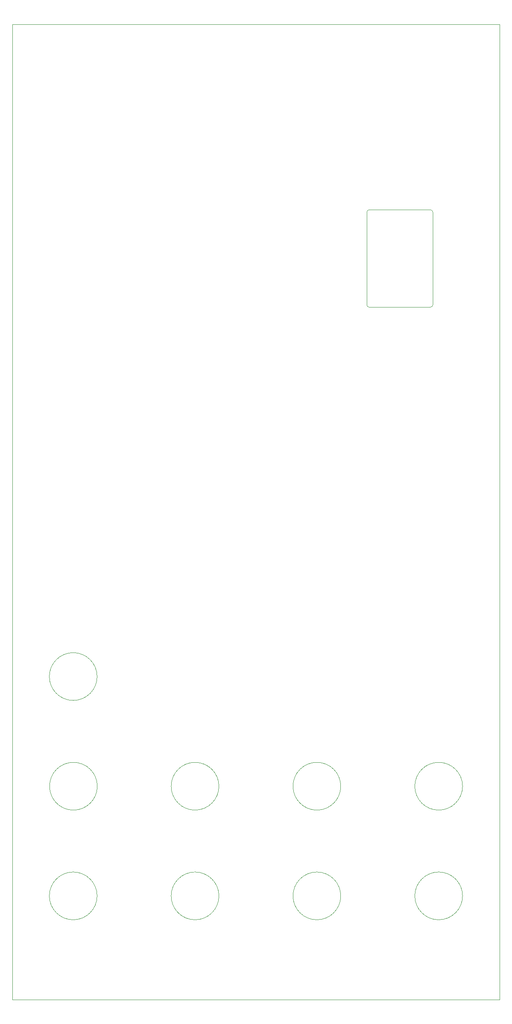
<source format=gm1>
G04 #@! TF.GenerationSoftware,KiCad,Pcbnew,8.0.3*
G04 #@! TF.CreationDate,2024-06-29T21:24:43+02:00*
G04 #@! TF.ProjectId,DMH_VCO_40106_PANEL,444d485f-5643-44f5-9f34-303130365f50,1*
G04 #@! TF.SameCoordinates,Original*
G04 #@! TF.FileFunction,Profile,NP*
%FSLAX46Y46*%
G04 Gerber Fmt 4.6, Leading zero omitted, Abs format (unit mm)*
G04 Created by KiCad (PCBNEW 8.0.3) date 2024-06-29 21:24:43*
%MOMM*%
%LPD*%
G01*
G04 APERTURE LIST*
G04 #@! TA.AperFunction,Profile*
%ADD10C,0.050000*%
G04 #@! TD*
G04 APERTURE END LIST*
D10*
X50000000Y-50000000D02*
X150000000Y-50000000D01*
X150000000Y-250000000D01*
X50000000Y-250000000D01*
X50000000Y-50000000D01*
X135810000Y-107980000D02*
X123250000Y-107980000D01*
X122750000Y-107480000D02*
X122750000Y-88510000D01*
X136310000Y-88510000D02*
X136310000Y-107480000D01*
X123250000Y-88010000D02*
X135810000Y-88010000D01*
X123250000Y-107980000D02*
G75*
G02*
X122750000Y-107480000I1J500001D01*
G01*
X136310000Y-107480000D02*
G75*
G02*
X135810000Y-107980000I-500001J1D01*
G01*
X122750000Y-88510000D02*
G75*
G02*
X123250000Y-88010000I500000J0D01*
G01*
X135810000Y-88010000D02*
G75*
G02*
X136310000Y-88510000I0J-500000D01*
G01*
X117400000Y-228750000D02*
G75*
G02*
X107600000Y-228750000I-4900000J0D01*
G01*
X107600000Y-228750000D02*
G75*
G02*
X117400000Y-228750000I4900000J0D01*
G01*
X67400000Y-228750000D02*
G75*
G02*
X57600000Y-228750000I-4900000J0D01*
G01*
X57600000Y-228750000D02*
G75*
G02*
X67400000Y-228750000I4900000J0D01*
G01*
X142400000Y-206250000D02*
G75*
G02*
X132600000Y-206250000I-4900000J0D01*
G01*
X132600000Y-206250000D02*
G75*
G02*
X142400000Y-206250000I4900000J0D01*
G01*
X92400000Y-206250000D02*
G75*
G02*
X82600000Y-206250000I-4900000J0D01*
G01*
X82600000Y-206250000D02*
G75*
G02*
X92400000Y-206250000I4900000J0D01*
G01*
X67440000Y-206250000D02*
G75*
G02*
X57640000Y-206250000I-4900000J0D01*
G01*
X57640000Y-206250000D02*
G75*
G02*
X67440000Y-206250000I4900000J0D01*
G01*
X117400000Y-206250000D02*
G75*
G02*
X107600000Y-206250000I-4900000J0D01*
G01*
X107600000Y-206250000D02*
G75*
G02*
X117400000Y-206250000I4900000J0D01*
G01*
X142400000Y-228750000D02*
G75*
G02*
X132600000Y-228750000I-4900000J0D01*
G01*
X132600000Y-228750000D02*
G75*
G02*
X142400000Y-228750000I4900000J0D01*
G01*
X92400000Y-228750000D02*
G75*
G02*
X82600000Y-228750000I-4900000J0D01*
G01*
X82600000Y-228750000D02*
G75*
G02*
X92400000Y-228750000I4900000J0D01*
G01*
X67400000Y-183750000D02*
G75*
G02*
X57600000Y-183750000I-4900000J0D01*
G01*
X57600000Y-183750000D02*
G75*
G02*
X67400000Y-183750000I4900000J0D01*
G01*
M02*

</source>
